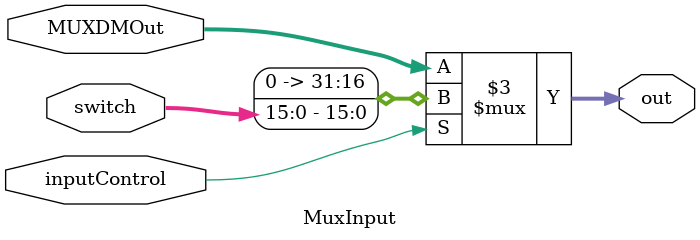
<source format=v>
module MuxInput (MUXDMOut, switch, out, inputControl); //Mux de saida da memória de dados

  input [31:0] MUXDMOut;
  input [15:0] switch;
  output reg [31:0] out;
  input inputControl;

 always @ (*) begin
	
	if(inputControl) begin
		out = {16'd0, switch};
	end
	else begin
		out = MUXDMOut;
	end
		
end

endmodule

</source>
